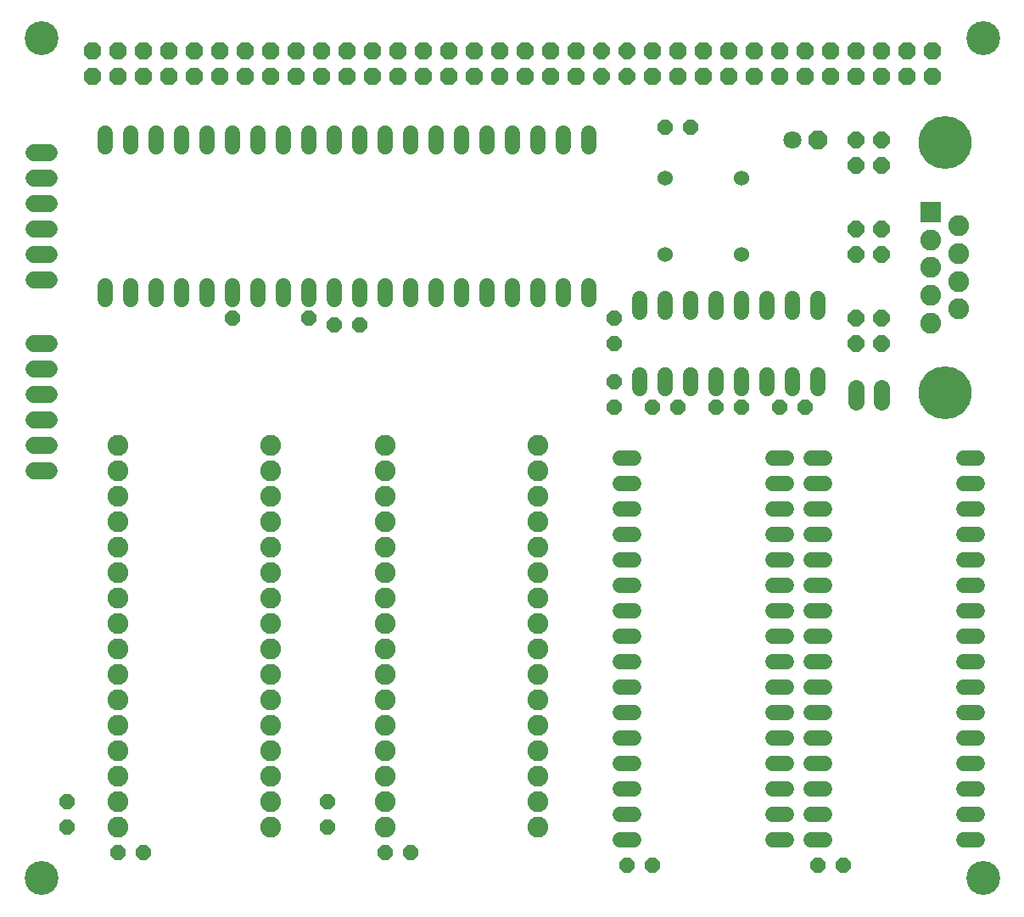
<source format=gts>
G75*
%MOIN*%
%OFA0B0*%
%FSLAX24Y24*%
%IPPOS*%
%LPD*%
%AMOC8*
5,1,8,0,0,1.08239X$1,22.5*
%
%ADD10C,0.1330*%
%ADD11OC8,0.0680*%
%ADD12C,0.0600*%
%ADD13C,0.0680*%
%ADD14OC8,0.0600*%
%ADD15R,0.0820X0.0820*%
%ADD16C,0.0820*%
%ADD17C,0.2080*%
%ADD18OC8,0.0640*%
%ADD19C,0.0640*%
%ADD20OC8,0.0710*%
%ADD21C,0.0710*%
%ADD22C,0.0600*%
D10*
X001680Y007650D03*
X001680Y040650D03*
X038680Y040650D03*
X038680Y007650D03*
D11*
X036680Y039150D03*
X036680Y040150D03*
X035680Y040150D03*
X035680Y039150D03*
X034680Y039150D03*
X034680Y040150D03*
X033680Y040150D03*
X033680Y039150D03*
X032680Y039150D03*
X032680Y040150D03*
X031680Y040150D03*
X031680Y039150D03*
X030680Y039150D03*
X030680Y040150D03*
X029680Y040150D03*
X029680Y039150D03*
X028680Y039150D03*
X028680Y040150D03*
X027680Y040150D03*
X027680Y039150D03*
X026680Y039150D03*
X026680Y040150D03*
X025680Y040150D03*
X025680Y039150D03*
X022680Y039150D03*
X022680Y040150D03*
X021680Y040150D03*
X021680Y039150D03*
X020680Y039150D03*
X020680Y040150D03*
X019680Y040150D03*
X019680Y039150D03*
X018680Y039150D03*
X018680Y040150D03*
X017680Y040150D03*
X017680Y039150D03*
X016680Y039150D03*
X016680Y040150D03*
X015680Y040150D03*
X015680Y039150D03*
X014680Y039150D03*
X014680Y040150D03*
X013680Y040150D03*
X013680Y039150D03*
X012680Y039150D03*
X012680Y040150D03*
X011680Y040150D03*
X011680Y039150D03*
X010680Y039150D03*
X010680Y040150D03*
X009680Y040150D03*
X009680Y039150D03*
X008680Y039150D03*
X008680Y040150D03*
X007680Y040150D03*
X007680Y039150D03*
X006680Y039150D03*
X006680Y040150D03*
X005680Y040150D03*
X005680Y039150D03*
X004680Y039150D03*
X004680Y040150D03*
X003680Y040150D03*
X003680Y039150D03*
D12*
X004180Y036910D02*
X004180Y036390D01*
X005180Y036390D02*
X005180Y036910D01*
X006180Y036910D02*
X006180Y036390D01*
X007180Y036390D02*
X007180Y036910D01*
X008180Y036910D02*
X008180Y036390D01*
X009180Y036390D02*
X009180Y036910D01*
X010180Y036910D02*
X010180Y036390D01*
X011180Y036390D02*
X011180Y036910D01*
X012180Y036910D02*
X012180Y036390D01*
X013180Y036390D02*
X013180Y036910D01*
X014180Y036910D02*
X014180Y036390D01*
X015180Y036390D02*
X015180Y036910D01*
X016180Y036910D02*
X016180Y036390D01*
X017180Y036390D02*
X017180Y036910D01*
X018180Y036910D02*
X018180Y036390D01*
X019180Y036390D02*
X019180Y036910D01*
X020180Y036910D02*
X020180Y036390D01*
X021180Y036390D02*
X021180Y036910D01*
X022180Y036910D02*
X022180Y036390D01*
X023180Y036390D02*
X023180Y036910D01*
X023180Y030910D02*
X023180Y030390D01*
X022180Y030390D02*
X022180Y030910D01*
X021180Y030910D02*
X021180Y030390D01*
X020180Y030390D02*
X020180Y030910D01*
X019180Y030910D02*
X019180Y030390D01*
X018180Y030390D02*
X018180Y030910D01*
X017180Y030910D02*
X017180Y030390D01*
X016180Y030390D02*
X016180Y030910D01*
X015180Y030910D02*
X015180Y030390D01*
X014180Y030390D02*
X014180Y030910D01*
X013180Y030910D02*
X013180Y030390D01*
X012180Y030390D02*
X012180Y030910D01*
X011180Y030910D02*
X011180Y030390D01*
X010180Y030390D02*
X010180Y030910D01*
X009180Y030910D02*
X009180Y030390D01*
X008180Y030390D02*
X008180Y030910D01*
X007180Y030910D02*
X007180Y030390D01*
X006180Y030390D02*
X006180Y030910D01*
X005180Y030910D02*
X005180Y030390D01*
X004180Y030390D02*
X004180Y030910D01*
X024420Y024150D02*
X024940Y024150D01*
X024940Y023150D02*
X024420Y023150D01*
X024420Y022150D02*
X024940Y022150D01*
X024940Y021150D02*
X024420Y021150D01*
X024420Y020150D02*
X024940Y020150D01*
X024940Y019150D02*
X024420Y019150D01*
X024420Y018150D02*
X024940Y018150D01*
X024940Y017150D02*
X024420Y017150D01*
X024420Y016150D02*
X024940Y016150D01*
X024940Y015150D02*
X024420Y015150D01*
X024420Y014150D02*
X024940Y014150D01*
X024940Y013150D02*
X024420Y013150D01*
X024420Y012150D02*
X024940Y012150D01*
X024940Y011150D02*
X024420Y011150D01*
X024420Y010150D02*
X024940Y010150D01*
X024940Y009150D02*
X024420Y009150D01*
X030420Y009150D02*
X030940Y009150D01*
X031920Y009150D02*
X032440Y009150D01*
X032440Y010150D02*
X031920Y010150D01*
X030940Y010150D02*
X030420Y010150D01*
X030420Y011150D02*
X030940Y011150D01*
X031920Y011150D02*
X032440Y011150D01*
X032440Y012150D02*
X031920Y012150D01*
X030940Y012150D02*
X030420Y012150D01*
X030420Y013150D02*
X030940Y013150D01*
X031920Y013150D02*
X032440Y013150D01*
X032440Y014150D02*
X031920Y014150D01*
X030940Y014150D02*
X030420Y014150D01*
X030420Y015150D02*
X030940Y015150D01*
X031920Y015150D02*
X032440Y015150D01*
X032440Y016150D02*
X031920Y016150D01*
X030940Y016150D02*
X030420Y016150D01*
X030420Y017150D02*
X030940Y017150D01*
X031920Y017150D02*
X032440Y017150D01*
X032440Y018150D02*
X031920Y018150D01*
X030940Y018150D02*
X030420Y018150D01*
X030420Y019150D02*
X030940Y019150D01*
X031920Y019150D02*
X032440Y019150D01*
X032440Y020150D02*
X031920Y020150D01*
X030940Y020150D02*
X030420Y020150D01*
X030420Y021150D02*
X030940Y021150D01*
X031920Y021150D02*
X032440Y021150D01*
X032440Y022150D02*
X031920Y022150D01*
X030940Y022150D02*
X030420Y022150D01*
X030420Y023150D02*
X030940Y023150D01*
X031920Y023150D02*
X032440Y023150D01*
X032440Y024150D02*
X031920Y024150D01*
X030940Y024150D02*
X030420Y024150D01*
X030180Y026890D02*
X030180Y027410D01*
X029180Y027410D02*
X029180Y026890D01*
X028180Y026890D02*
X028180Y027410D01*
X027180Y027410D02*
X027180Y026890D01*
X026180Y026890D02*
X026180Y027410D01*
X025180Y027410D02*
X025180Y026890D01*
X025180Y029890D02*
X025180Y030410D01*
X026180Y030410D02*
X026180Y029890D01*
X027180Y029890D02*
X027180Y030410D01*
X028180Y030410D02*
X028180Y029890D01*
X029180Y029890D02*
X029180Y030410D01*
X030180Y030410D02*
X030180Y029890D01*
X031180Y029890D02*
X031180Y030410D01*
X032180Y030410D02*
X032180Y029890D01*
X032180Y027410D02*
X032180Y026890D01*
X031180Y026890D02*
X031180Y027410D01*
X037920Y024150D02*
X038440Y024150D01*
X038440Y023150D02*
X037920Y023150D01*
X037920Y022150D02*
X038440Y022150D01*
X038440Y021150D02*
X037920Y021150D01*
X037920Y020150D02*
X038440Y020150D01*
X038440Y019150D02*
X037920Y019150D01*
X037920Y018150D02*
X038440Y018150D01*
X038440Y017150D02*
X037920Y017150D01*
X037920Y016150D02*
X038440Y016150D01*
X038440Y015150D02*
X037920Y015150D01*
X037920Y014150D02*
X038440Y014150D01*
X038440Y013150D02*
X037920Y013150D01*
X037920Y012150D02*
X038440Y012150D01*
X038440Y011150D02*
X037920Y011150D01*
X037920Y010150D02*
X038440Y010150D01*
X038440Y009150D02*
X037920Y009150D01*
D13*
X001980Y023650D02*
X001380Y023650D01*
X001380Y024650D02*
X001980Y024650D01*
X001980Y025650D02*
X001380Y025650D01*
X001380Y026650D02*
X001980Y026650D01*
X001980Y027650D02*
X001380Y027650D01*
X001380Y028650D02*
X001980Y028650D01*
X001980Y031150D02*
X001380Y031150D01*
X001380Y032150D02*
X001980Y032150D01*
X001980Y033150D02*
X001380Y033150D01*
X001380Y034150D02*
X001980Y034150D01*
X001980Y035150D02*
X001380Y035150D01*
X001380Y036150D02*
X001980Y036150D01*
D14*
X009180Y029650D03*
X012180Y029650D03*
X013180Y029400D03*
X014180Y029400D03*
X024180Y029650D03*
X024180Y028650D03*
X024180Y027150D03*
X024180Y026150D03*
X025680Y026150D03*
X026680Y026150D03*
X028180Y026150D03*
X029180Y026150D03*
X030680Y026150D03*
X031680Y026150D03*
X027180Y037150D03*
X026180Y037150D03*
X012930Y010650D03*
X012930Y009650D03*
X015180Y008650D03*
X016180Y008650D03*
X024680Y008150D03*
X025680Y008150D03*
X032180Y008150D03*
X033180Y008150D03*
X005680Y008650D03*
X004680Y008650D03*
X002680Y009650D03*
X002680Y010650D03*
D15*
X036621Y033831D03*
D16*
X036621Y032741D03*
X037739Y033284D03*
X037739Y032193D03*
X036621Y031650D03*
X036621Y030559D03*
X037739Y030016D03*
X036621Y029469D03*
X037739Y031107D03*
X021180Y024650D03*
X021180Y023650D03*
X021180Y022650D03*
X021180Y021650D03*
X021180Y020650D03*
X021180Y019650D03*
X021180Y018650D03*
X021180Y017650D03*
X021180Y016650D03*
X021180Y015650D03*
X021180Y014650D03*
X021180Y013650D03*
X021180Y012650D03*
X021180Y011650D03*
X021180Y010650D03*
X021180Y009650D03*
X015180Y009650D03*
X015180Y010650D03*
X015180Y011650D03*
X015180Y012650D03*
X015180Y013650D03*
X015180Y014650D03*
X015180Y015650D03*
X015180Y016650D03*
X015180Y017650D03*
X015180Y018650D03*
X015180Y019650D03*
X015180Y020650D03*
X015180Y021650D03*
X015180Y022650D03*
X015180Y023650D03*
X015180Y024650D03*
X010680Y024650D03*
X010680Y023650D03*
X010680Y022650D03*
X010680Y021650D03*
X010680Y020650D03*
X010680Y019650D03*
X010680Y018650D03*
X010680Y017650D03*
X010680Y016650D03*
X010680Y015650D03*
X010680Y014650D03*
X010680Y013650D03*
X010680Y012650D03*
X010680Y011650D03*
X010680Y010650D03*
X010680Y009650D03*
X004680Y009650D03*
X004680Y010650D03*
X004680Y011650D03*
X004680Y012650D03*
X004680Y013650D03*
X004680Y014650D03*
X004680Y015650D03*
X004680Y016650D03*
X004680Y017650D03*
X004680Y018650D03*
X004680Y019650D03*
X004680Y020650D03*
X004680Y021650D03*
X004680Y022650D03*
X004680Y023650D03*
X004680Y024650D03*
D17*
X037180Y026729D03*
X037180Y036571D03*
D18*
X034680Y036650D03*
X034680Y035650D03*
X033680Y035650D03*
X033680Y036650D03*
X033680Y033150D03*
X034680Y033150D03*
X034680Y032150D03*
X033680Y032150D03*
X033680Y029650D03*
X034680Y029650D03*
X034680Y028650D03*
X033680Y028650D03*
X024680Y039150D03*
X024680Y040150D03*
X023680Y040150D03*
X023680Y039150D03*
D19*
X033680Y026930D02*
X033680Y026370D01*
X034680Y026370D02*
X034680Y026930D01*
D20*
X032180Y036650D03*
D21*
X031180Y036650D03*
D22*
X029180Y035150D03*
X026180Y035150D03*
X026180Y032150D03*
X029180Y032150D03*
M02*

</source>
